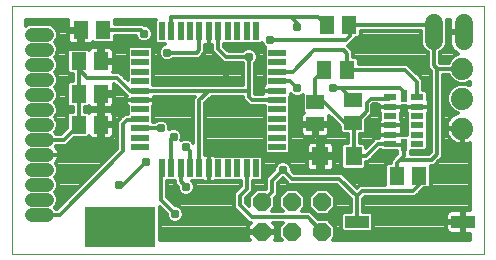
<source format=gtl>
G75*
%MOIN*%
%OFA0B0*%
%FSLAX25Y25*%
%IPPOS*%
%LPD*%
%AMOC8*
5,1,8,0,0,1.08239X$1,22.5*
%
%ADD10C,0.00000*%
%ADD11R,0.23622X0.13780*%
%ADD12R,0.05118X0.05906*%
%ADD13R,0.05906X0.05118*%
%ADD14R,0.05512X0.06299*%
%ADD15R,0.01969X0.05906*%
%ADD16R,0.05906X0.01969*%
%ADD17OC8,0.06000*%
%ADD18R,0.04424X0.01969*%
%ADD19R,0.01969X0.04424*%
%ADD20C,0.04756*%
%ADD21C,0.06000*%
%ADD22C,0.07400*%
%ADD23R,0.07900X0.04300*%
%ADD24C,0.01400*%
%ADD25C,0.02800*%
%ADD26C,0.03100*%
%ADD27C,0.01200*%
D10*
X0016880Y0007953D02*
X0016880Y0090630D01*
X0174360Y0090630D01*
X0174360Y0007953D01*
X0016880Y0007953D01*
D11*
X0053012Y0016800D03*
D12*
X0046602Y0050968D03*
X0039122Y0050968D03*
X0039114Y0061187D03*
X0046594Y0061187D03*
X0046594Y0072111D03*
X0039114Y0072111D03*
X0039915Y0082430D03*
X0047396Y0082430D03*
X0121812Y0084130D03*
X0129293Y0084130D03*
X0128585Y0069306D03*
X0121104Y0069306D03*
X0145261Y0034040D03*
X0152741Y0034040D03*
D13*
X0130649Y0051715D03*
X0130649Y0059196D03*
X0118039Y0058533D03*
X0118039Y0051052D03*
D14*
X0119770Y0040399D03*
X0130793Y0040399D03*
D15*
X0098330Y0036393D03*
X0095180Y0036393D03*
X0092031Y0036393D03*
X0088881Y0036393D03*
X0085732Y0036393D03*
X0082582Y0036393D03*
X0079432Y0036393D03*
X0076283Y0036393D03*
X0073133Y0036393D03*
X0069984Y0036393D03*
X0066834Y0036393D03*
X0066834Y0082062D03*
X0069984Y0082062D03*
X0073133Y0082062D03*
X0076283Y0082062D03*
X0079432Y0082062D03*
X0082582Y0082062D03*
X0085732Y0082062D03*
X0088881Y0082062D03*
X0092031Y0082062D03*
X0095180Y0082062D03*
X0098330Y0082062D03*
D16*
X0105417Y0074976D03*
X0105417Y0071826D03*
X0105417Y0068677D03*
X0105417Y0065527D03*
X0105417Y0062377D03*
X0105417Y0059228D03*
X0105417Y0056078D03*
X0105417Y0052929D03*
X0105417Y0049779D03*
X0105417Y0046629D03*
X0105417Y0043480D03*
X0059747Y0043480D03*
X0059747Y0046629D03*
X0059747Y0049779D03*
X0059747Y0052929D03*
X0059747Y0056078D03*
X0059747Y0059228D03*
X0059747Y0062377D03*
X0059747Y0065527D03*
X0059747Y0068677D03*
X0059747Y0071826D03*
X0059747Y0074976D03*
D17*
X0100406Y0025167D03*
X0110406Y0025167D03*
X0120406Y0025167D03*
X0120406Y0015167D03*
X0110406Y0015167D03*
X0100406Y0015167D03*
D18*
X0143060Y0044447D03*
X0143060Y0047596D03*
X0143060Y0050746D03*
X0143060Y0053895D03*
X0143060Y0057045D03*
X0143060Y0060195D03*
X0152021Y0060195D03*
X0152021Y0057045D03*
X0152021Y0053895D03*
X0152021Y0050746D03*
X0152021Y0047596D03*
X0151991Y0044447D03*
D19*
X0147540Y0044053D03*
X0147540Y0060588D03*
D20*
X0028471Y0060957D02*
X0023715Y0060957D01*
X0023715Y0055957D02*
X0028471Y0055957D01*
X0028471Y0050957D02*
X0023715Y0050957D01*
X0023715Y0045957D02*
X0028471Y0045957D01*
X0028471Y0040957D02*
X0023715Y0040957D01*
X0023715Y0035957D02*
X0028471Y0035957D01*
X0028471Y0030957D02*
X0023715Y0030957D01*
X0023715Y0025957D02*
X0028471Y0025957D01*
X0028471Y0020957D02*
X0023715Y0020957D01*
X0023715Y0065957D02*
X0028471Y0065957D01*
X0028471Y0070957D02*
X0023715Y0070957D01*
X0023715Y0075957D02*
X0028471Y0075957D01*
X0028471Y0080957D02*
X0023715Y0080957D01*
D21*
X0157579Y0078877D02*
X0157579Y0084877D01*
X0167579Y0084877D02*
X0167579Y0078877D01*
D22*
X0167076Y0069711D03*
X0167076Y0059711D03*
X0167076Y0049711D03*
D23*
X0167388Y0018551D03*
X0131988Y0018551D03*
D24*
X0131988Y0027114D01*
X0133696Y0028822D01*
X0150580Y0028822D01*
X0152741Y0030983D01*
X0152741Y0034040D01*
X0156600Y0034525D02*
X0169660Y0034525D01*
X0169660Y0035923D02*
X0156600Y0035923D01*
X0156600Y0037322D02*
X0157708Y0037322D01*
X0159519Y0039133D01*
X0160691Y0040304D01*
X0160691Y0067711D01*
X0162492Y0067711D01*
X0162837Y0066878D01*
X0164244Y0065472D01*
X0166081Y0064711D01*
X0164244Y0063950D01*
X0162837Y0062543D01*
X0162076Y0060705D01*
X0162076Y0058716D01*
X0162837Y0056878D01*
X0164244Y0055472D01*
X0165602Y0054910D01*
X0165003Y0054715D01*
X0164246Y0054329D01*
X0163558Y0053830D01*
X0162957Y0053229D01*
X0162458Y0052541D01*
X0162072Y0051784D01*
X0161809Y0050975D01*
X0161676Y0050136D01*
X0161676Y0049811D01*
X0166976Y0049811D01*
X0166976Y0049611D01*
X0161676Y0049611D01*
X0161676Y0049286D01*
X0161809Y0048446D01*
X0162072Y0047638D01*
X0162458Y0046881D01*
X0162957Y0046193D01*
X0163558Y0045592D01*
X0164246Y0045092D01*
X0165003Y0044706D01*
X0165811Y0044444D01*
X0166651Y0044311D01*
X0166976Y0044311D01*
X0166976Y0049611D01*
X0167176Y0049611D01*
X0167176Y0044311D01*
X0167501Y0044311D01*
X0168341Y0044444D01*
X0169149Y0044706D01*
X0169660Y0044967D01*
X0169660Y0022401D01*
X0167763Y0022401D01*
X0167763Y0018926D01*
X0167013Y0018926D01*
X0167013Y0022401D01*
X0163214Y0022401D01*
X0162782Y0022285D01*
X0162394Y0022061D01*
X0162078Y0021745D01*
X0161854Y0021357D01*
X0161738Y0020925D01*
X0161738Y0018926D01*
X0167013Y0018926D01*
X0167013Y0018176D01*
X0161738Y0018176D01*
X0161738Y0016177D01*
X0161854Y0015745D01*
X0162078Y0015357D01*
X0162394Y0015041D01*
X0162782Y0014817D01*
X0163214Y0014701D01*
X0167013Y0014701D01*
X0167013Y0018176D01*
X0167763Y0018176D01*
X0167763Y0014701D01*
X0169660Y0014701D01*
X0169660Y0012653D01*
X0123974Y0012653D01*
X0124706Y0013386D01*
X0124706Y0016948D01*
X0122187Y0019467D01*
X0118934Y0019467D01*
X0117451Y0020950D01*
X0116279Y0022122D01*
X0113442Y0022122D01*
X0114706Y0023386D01*
X0114706Y0026948D01*
X0112187Y0029467D01*
X0108625Y0029467D01*
X0106106Y0026948D01*
X0106106Y0023386D01*
X0107370Y0022122D01*
X0103442Y0022122D01*
X0104706Y0023386D01*
X0104706Y0026638D01*
X0105680Y0027612D01*
X0105680Y0031493D01*
X0107258Y0033072D01*
X0107302Y0033072D01*
X0109352Y0031022D01*
X0125252Y0031022D01*
X0129988Y0026285D01*
X0129988Y0022001D01*
X0127500Y0022001D01*
X0126738Y0021239D01*
X0126738Y0015862D01*
X0127500Y0015101D01*
X0136476Y0015101D01*
X0137238Y0015862D01*
X0137238Y0021239D01*
X0136476Y0022001D01*
X0133988Y0022001D01*
X0133988Y0026285D01*
X0134524Y0026822D01*
X0151408Y0026822D01*
X0152580Y0027993D01*
X0154374Y0029788D01*
X0155839Y0029788D01*
X0156600Y0030549D01*
X0156600Y0037322D01*
X0157709Y0037322D02*
X0169660Y0037322D01*
X0169660Y0038721D02*
X0159107Y0038721D01*
X0160506Y0040119D02*
X0169660Y0040119D01*
X0169660Y0041518D02*
X0160691Y0041518D01*
X0158691Y0041133D02*
X0158691Y0069711D01*
X0167076Y0069711D01*
X0162492Y0071711D02*
X0162837Y0072543D01*
X0164244Y0073950D01*
X0165707Y0074556D01*
X0165116Y0074857D01*
X0164517Y0075292D01*
X0163994Y0075815D01*
X0163559Y0076414D01*
X0163224Y0077073D01*
X0162995Y0077776D01*
X0162879Y0078507D01*
X0162879Y0081577D01*
X0167279Y0081577D01*
X0167279Y0082177D01*
X0162879Y0082177D01*
X0162879Y0085247D01*
X0162988Y0085930D01*
X0161797Y0085930D01*
X0161879Y0085732D01*
X0161879Y0078022D01*
X0161225Y0076441D01*
X0160015Y0075232D01*
X0159579Y0075051D01*
X0159579Y0071711D01*
X0162492Y0071711D01*
X0162730Y0072285D02*
X0159579Y0072285D01*
X0159579Y0073683D02*
X0163977Y0073683D01*
X0164807Y0075082D02*
X0159654Y0075082D01*
X0161241Y0076480D02*
X0163525Y0076480D01*
X0162979Y0077879D02*
X0161820Y0077879D01*
X0161879Y0079277D02*
X0162879Y0079277D01*
X0162879Y0080676D02*
X0161879Y0080676D01*
X0161879Y0082074D02*
X0167279Y0082074D01*
X0162879Y0083473D02*
X0161879Y0083473D01*
X0161879Y0084871D02*
X0162879Y0084871D01*
X0157579Y0081877D02*
X0157579Y0070823D01*
X0158691Y0069711D01*
X0156691Y0068882D02*
X0156691Y0041961D01*
X0156052Y0041322D01*
X0149825Y0041322D01*
X0149825Y0042162D01*
X0154742Y0042162D01*
X0155503Y0042924D01*
X0155503Y0045969D01*
X0155466Y0046006D01*
X0155533Y0046073D01*
X0155533Y0049119D01*
X0155481Y0049171D01*
X0155533Y0049223D01*
X0155533Y0052269D01*
X0155481Y0052321D01*
X0155533Y0052373D01*
X0155533Y0054957D01*
X0155594Y0055017D01*
X0155818Y0055405D01*
X0155933Y0055837D01*
X0155933Y0057045D01*
X0152021Y0057045D01*
X0148109Y0057045D01*
X0148109Y0055837D01*
X0148225Y0055405D01*
X0148449Y0055017D01*
X0148509Y0054957D01*
X0148509Y0052373D01*
X0148561Y0052321D01*
X0148509Y0052269D01*
X0148509Y0049223D01*
X0148561Y0049171D01*
X0148509Y0049119D01*
X0148509Y0047565D01*
X0146972Y0047565D01*
X0146972Y0047596D01*
X0143060Y0047596D01*
X0143060Y0047596D01*
X0146972Y0047596D01*
X0146972Y0048804D01*
X0146874Y0049171D01*
X0146972Y0049538D01*
X0146972Y0050746D01*
X0146972Y0051954D01*
X0146856Y0052386D01*
X0146632Y0052774D01*
X0146572Y0052834D01*
X0146572Y0054957D01*
X0146632Y0055017D01*
X0146856Y0055405D01*
X0146972Y0055837D01*
X0146972Y0057045D01*
X0143060Y0057045D01*
X0143060Y0057045D01*
X0146972Y0057045D01*
X0146972Y0057076D01*
X0148109Y0057076D01*
X0148109Y0057045D01*
X0152021Y0057045D01*
X0152021Y0057045D01*
X0155933Y0057045D01*
X0155933Y0058253D01*
X0155818Y0058685D01*
X0155594Y0059073D01*
X0155533Y0059133D01*
X0155533Y0061717D01*
X0154772Y0062479D01*
X0153980Y0062479D01*
X0153980Y0066050D01*
X0152808Y0067222D01*
X0148724Y0071306D01*
X0132444Y0071306D01*
X0132444Y0072797D01*
X0131682Y0073559D01*
X0130585Y0073559D01*
X0130585Y0075445D01*
X0129480Y0076550D01*
X0128808Y0077222D01*
X0129008Y0077222D01*
X0130408Y0078622D01*
X0131580Y0079793D01*
X0131580Y0079877D01*
X0132390Y0079877D01*
X0133152Y0080639D01*
X0133152Y0082130D01*
X0153279Y0082130D01*
X0153279Y0078022D01*
X0153934Y0076441D01*
X0155143Y0075232D01*
X0155579Y0075051D01*
X0155579Y0069994D01*
X0156691Y0068882D01*
X0156691Y0068089D02*
X0151941Y0068089D01*
X0150542Y0069488D02*
X0156086Y0069488D01*
X0155579Y0070886D02*
X0149144Y0070886D01*
X0147896Y0069306D02*
X0151980Y0065222D01*
X0151980Y0060236D01*
X0152021Y0060195D01*
X0152021Y0057045D02*
X0152021Y0057045D01*
X0148109Y0056901D02*
X0146972Y0056901D01*
X0146882Y0055503D02*
X0148199Y0055503D01*
X0148509Y0054104D02*
X0146572Y0054104D01*
X0146672Y0052706D02*
X0148509Y0052706D01*
X0148509Y0051307D02*
X0146972Y0051307D01*
X0146972Y0050746D02*
X0143060Y0050746D01*
X0143060Y0050746D01*
X0146972Y0050746D01*
X0146972Y0049909D02*
X0148509Y0049909D01*
X0148509Y0048510D02*
X0146972Y0048510D01*
X0143060Y0047596D02*
X0143060Y0047596D01*
X0139148Y0047596D01*
X0139148Y0046447D01*
X0138076Y0046447D01*
X0134849Y0043219D01*
X0134849Y0044087D01*
X0134088Y0044849D01*
X0132793Y0044849D01*
X0132793Y0047856D01*
X0134141Y0047856D01*
X0134902Y0048618D01*
X0134902Y0052457D01*
X0135967Y0053522D01*
X0137080Y0054635D01*
X0137080Y0057435D01*
X0137367Y0057722D01*
X0138452Y0057722D01*
X0138552Y0057622D01*
X0139148Y0057622D01*
X0139148Y0057045D01*
X0139148Y0055837D01*
X0139263Y0055405D01*
X0139487Y0055017D01*
X0139548Y0054957D01*
X0139548Y0052834D01*
X0139487Y0052774D01*
X0139263Y0052386D01*
X0139148Y0051954D01*
X0139148Y0050746D01*
X0143060Y0050746D01*
X0143060Y0050746D01*
X0139148Y0050746D01*
X0139148Y0049538D01*
X0139246Y0049171D01*
X0139148Y0048804D01*
X0139148Y0047596D01*
X0143060Y0047596D01*
X0139148Y0047112D02*
X0132793Y0047112D01*
X0134794Y0048510D02*
X0139148Y0048510D01*
X0139148Y0049909D02*
X0134902Y0049909D01*
X0134902Y0051307D02*
X0139148Y0051307D01*
X0139448Y0052706D02*
X0135151Y0052706D01*
X0136549Y0054104D02*
X0139548Y0054104D01*
X0139237Y0055503D02*
X0137080Y0055503D01*
X0137080Y0056901D02*
X0139148Y0056901D01*
X0139148Y0057045D02*
X0143060Y0057045D01*
X0143060Y0057045D01*
X0139148Y0057045D01*
X0139380Y0059622D02*
X0142487Y0059622D01*
X0143060Y0060195D01*
X0146380Y0063122D02*
X0126723Y0063122D01*
X0123980Y0063122D01*
X0126723Y0063122D02*
X0130649Y0059196D01*
X0127480Y0051922D02*
X0120869Y0058533D01*
X0118039Y0058533D01*
X0118039Y0066241D01*
X0121104Y0069306D01*
X0128585Y0069306D02*
X0128585Y0074617D01*
X0127480Y0075722D01*
X0117680Y0075722D01*
X0110635Y0068677D01*
X0105417Y0068677D01*
X0105417Y0065527D02*
X0109675Y0065527D01*
X0112080Y0063122D01*
X0110055Y0061116D02*
X0110466Y0060706D01*
X0111513Y0060272D01*
X0112647Y0060272D01*
X0113694Y0060706D01*
X0113786Y0060798D01*
X0113786Y0055435D01*
X0114174Y0055048D01*
X0114042Y0054972D01*
X0113726Y0054655D01*
X0113502Y0054268D01*
X0113386Y0053835D01*
X0113386Y0051632D01*
X0117459Y0051632D01*
X0117459Y0050473D01*
X0113386Y0050473D01*
X0113386Y0048270D01*
X0113502Y0047837D01*
X0113726Y0047450D01*
X0114042Y0047133D01*
X0114430Y0046909D01*
X0114862Y0046793D01*
X0117460Y0046793D01*
X0117460Y0050473D01*
X0118619Y0050473D01*
X0118619Y0051632D01*
X0122692Y0051632D01*
X0122692Y0053835D01*
X0122675Y0053898D01*
X0125480Y0051093D01*
X0126397Y0050177D01*
X0126397Y0048618D01*
X0127158Y0047856D01*
X0128793Y0047856D01*
X0128793Y0044849D01*
X0127499Y0044849D01*
X0126737Y0044087D01*
X0126737Y0036711D01*
X0127499Y0035949D01*
X0134088Y0035949D01*
X0134849Y0036711D01*
X0134849Y0038399D01*
X0135686Y0038399D01*
X0136857Y0039571D01*
X0139733Y0042447D01*
X0140025Y0042447D01*
X0140309Y0042162D01*
X0142516Y0042162D01*
X0142625Y0042053D01*
X0145256Y0042053D01*
X0145256Y0041302D01*
X0145394Y0041164D01*
X0144380Y0040150D01*
X0143261Y0039031D01*
X0143261Y0038293D01*
X0142163Y0038293D01*
X0141402Y0037532D01*
X0141402Y0030822D01*
X0132868Y0030822D01*
X0131988Y0029942D01*
X0128080Y0033850D01*
X0128080Y0033850D01*
X0126908Y0035022D01*
X0111008Y0035022D01*
X0110130Y0035900D01*
X0110130Y0036489D01*
X0109696Y0037536D01*
X0108894Y0038338D01*
X0107847Y0038772D01*
X0106713Y0038772D01*
X0105666Y0038338D01*
X0104864Y0037536D01*
X0104430Y0036489D01*
X0104430Y0035900D01*
X0101680Y0033150D01*
X0101680Y0029467D01*
X0098625Y0029467D01*
X0096106Y0026948D01*
X0096106Y0023724D01*
X0094880Y0024950D01*
X0094880Y0026493D01*
X0096009Y0027622D01*
X0097180Y0028794D01*
X0097180Y0032140D01*
X0099853Y0032140D01*
X0100614Y0032902D01*
X0100614Y0039884D01*
X0099853Y0040646D01*
X0096807Y0040646D01*
X0096755Y0040594D01*
X0096703Y0040646D01*
X0093658Y0040646D01*
X0093606Y0040594D01*
X0093554Y0040646D01*
X0090508Y0040646D01*
X0090456Y0040594D01*
X0090404Y0040646D01*
X0087358Y0040646D01*
X0087306Y0040594D01*
X0087254Y0040646D01*
X0084670Y0040646D01*
X0084610Y0040706D01*
X0084222Y0040930D01*
X0083790Y0041046D01*
X0082582Y0041046D01*
X0081432Y0041046D01*
X0081432Y0058301D01*
X0083508Y0060377D01*
X0093980Y0060377D01*
X0093980Y0059493D01*
X0095074Y0058399D01*
X0096246Y0057228D01*
X0101164Y0057228D01*
X0101164Y0054555D01*
X0101216Y0054503D01*
X0101164Y0054451D01*
X0101164Y0051406D01*
X0101216Y0051354D01*
X0101164Y0051302D01*
X0101164Y0048256D01*
X0101216Y0048204D01*
X0101164Y0048152D01*
X0101164Y0045107D01*
X0101216Y0045055D01*
X0101164Y0045002D01*
X0101164Y0041957D01*
X0101925Y0041195D01*
X0108908Y0041195D01*
X0109669Y0041957D01*
X0109669Y0045002D01*
X0109617Y0045055D01*
X0109669Y0045107D01*
X0109669Y0048152D01*
X0109617Y0048204D01*
X0109669Y0048256D01*
X0109669Y0051302D01*
X0109617Y0051354D01*
X0109669Y0051406D01*
X0109669Y0054451D01*
X0109617Y0054503D01*
X0109669Y0054555D01*
X0109669Y0057601D01*
X0109617Y0057653D01*
X0109669Y0057705D01*
X0109669Y0060289D01*
X0109730Y0060349D01*
X0109954Y0060737D01*
X0110055Y0061116D01*
X0110050Y0061097D02*
X0110075Y0061097D01*
X0109669Y0059698D02*
X0113786Y0059698D01*
X0113786Y0058300D02*
X0109669Y0058300D01*
X0109669Y0056901D02*
X0113786Y0056901D01*
X0113786Y0055503D02*
X0109669Y0055503D01*
X0109669Y0054104D02*
X0113458Y0054104D01*
X0113386Y0052706D02*
X0109669Y0052706D01*
X0109664Y0051307D02*
X0117459Y0051307D01*
X0118619Y0051307D02*
X0125266Y0051307D01*
X0126397Y0049909D02*
X0122692Y0049909D01*
X0122692Y0050473D02*
X0122692Y0048270D01*
X0122576Y0047837D01*
X0122352Y0047450D01*
X0122036Y0047133D01*
X0121648Y0046909D01*
X0121216Y0046793D01*
X0118619Y0046793D01*
X0118619Y0050473D01*
X0122692Y0050473D01*
X0122692Y0048510D02*
X0126504Y0048510D01*
X0128793Y0047112D02*
X0121998Y0047112D01*
X0122749Y0045249D02*
X0120448Y0045249D01*
X0120448Y0041077D01*
X0124226Y0041077D01*
X0124226Y0043772D01*
X0124110Y0044205D01*
X0123886Y0044592D01*
X0123570Y0044909D01*
X0123182Y0045133D01*
X0122749Y0045249D01*
X0124046Y0044315D02*
X0126965Y0044315D01*
X0126737Y0042916D02*
X0124226Y0042916D01*
X0124226Y0041518D02*
X0126737Y0041518D01*
X0126737Y0040119D02*
X0120448Y0040119D01*
X0120448Y0039721D02*
X0120448Y0041077D01*
X0119092Y0041077D01*
X0119092Y0045249D01*
X0116790Y0045249D01*
X0116358Y0045133D01*
X0115970Y0044909D01*
X0115654Y0044592D01*
X0115430Y0044205D01*
X0115314Y0043772D01*
X0115314Y0041077D01*
X0119092Y0041077D01*
X0119092Y0039721D01*
X0120448Y0039721D01*
X0124226Y0039721D01*
X0124226Y0037026D01*
X0124110Y0036593D01*
X0123886Y0036206D01*
X0123570Y0035889D01*
X0123182Y0035665D01*
X0122749Y0035549D01*
X0120448Y0035549D01*
X0120448Y0039721D01*
X0120448Y0038721D02*
X0119092Y0038721D01*
X0119092Y0039721D02*
X0119092Y0035549D01*
X0116790Y0035549D01*
X0116358Y0035665D01*
X0115970Y0035889D01*
X0115654Y0036206D01*
X0115430Y0036593D01*
X0115314Y0037026D01*
X0115314Y0039721D01*
X0119092Y0039721D01*
X0119092Y0040119D02*
X0100380Y0040119D01*
X0100614Y0038721D02*
X0106589Y0038721D01*
X0107971Y0038721D02*
X0115314Y0038721D01*
X0115314Y0037322D02*
X0109785Y0037322D01*
X0110130Y0035923D02*
X0115936Y0035923D01*
X0119092Y0035923D02*
X0120448Y0035923D01*
X0120448Y0037322D02*
X0119092Y0037322D01*
X0123604Y0035923D02*
X0141402Y0035923D01*
X0141402Y0034525D02*
X0127405Y0034525D01*
X0128804Y0033126D02*
X0141402Y0033126D01*
X0141402Y0031728D02*
X0130202Y0031728D01*
X0131601Y0030329D02*
X0132375Y0030329D01*
X0128741Y0027532D02*
X0124121Y0027532D01*
X0124706Y0026948D02*
X0122187Y0029467D01*
X0118625Y0029467D01*
X0116106Y0026948D01*
X0116106Y0023386D01*
X0118625Y0020867D01*
X0122187Y0020867D01*
X0124706Y0023386D01*
X0124706Y0026948D01*
X0124706Y0026134D02*
X0129988Y0026134D01*
X0129988Y0024735D02*
X0124706Y0024735D01*
X0124657Y0023337D02*
X0129988Y0023337D01*
X0127437Y0021938D02*
X0123259Y0021938D01*
X0126738Y0020540D02*
X0117861Y0020540D01*
X0115451Y0020122D02*
X0096880Y0020122D01*
X0092880Y0024122D01*
X0092880Y0027322D01*
X0095180Y0029622D01*
X0095180Y0036393D01*
X0100614Y0035923D02*
X0104430Y0035923D01*
X0103055Y0034525D02*
X0100614Y0034525D01*
X0100614Y0033126D02*
X0101680Y0033126D01*
X0103680Y0032322D02*
X0107280Y0035922D01*
X0110180Y0033022D01*
X0126080Y0033022D01*
X0131988Y0027114D01*
X0133988Y0026134D02*
X0169660Y0026134D01*
X0169660Y0024735D02*
X0133988Y0024735D01*
X0133988Y0023337D02*
X0169660Y0023337D01*
X0167763Y0021938D02*
X0167013Y0021938D01*
X0167013Y0020540D02*
X0167763Y0020540D01*
X0167763Y0019141D02*
X0167013Y0019141D01*
X0167013Y0017743D02*
X0167763Y0017743D01*
X0167763Y0016344D02*
X0167013Y0016344D01*
X0167013Y0014946D02*
X0167763Y0014946D01*
X0169660Y0013547D02*
X0124706Y0013547D01*
X0124706Y0014946D02*
X0162558Y0014946D01*
X0161738Y0016344D02*
X0137238Y0016344D01*
X0137238Y0017743D02*
X0161738Y0017743D01*
X0161738Y0019141D02*
X0137238Y0019141D01*
X0137238Y0020540D02*
X0161738Y0020540D01*
X0162271Y0021938D02*
X0136539Y0021938D01*
X0126738Y0019141D02*
X0122512Y0019141D01*
X0123911Y0017743D02*
X0126738Y0017743D01*
X0126738Y0016344D02*
X0124706Y0016344D01*
X0120406Y0015167D02*
X0115451Y0020122D01*
X0116463Y0021938D02*
X0117553Y0021938D01*
X0116155Y0023337D02*
X0114657Y0023337D01*
X0114706Y0024735D02*
X0116106Y0024735D01*
X0116106Y0026134D02*
X0114706Y0026134D01*
X0114121Y0027532D02*
X0116691Y0027532D01*
X0118089Y0028931D02*
X0112723Y0028931D01*
X0108645Y0031728D02*
X0105915Y0031728D01*
X0105680Y0030329D02*
X0125944Y0030329D01*
X0127342Y0028931D02*
X0122723Y0028931D01*
X0124226Y0037322D02*
X0126737Y0037322D01*
X0126737Y0038721D02*
X0124226Y0038721D01*
X0120448Y0041518D02*
X0119092Y0041518D01*
X0119092Y0042916D02*
X0120448Y0042916D01*
X0120448Y0044315D02*
X0119092Y0044315D01*
X0115493Y0044315D02*
X0109669Y0044315D01*
X0109669Y0045713D02*
X0128793Y0045713D01*
X0132793Y0045713D02*
X0137343Y0045713D01*
X0135944Y0044315D02*
X0134622Y0044315D01*
X0134857Y0040399D02*
X0138905Y0044447D01*
X0143060Y0044447D01*
X0143453Y0044053D01*
X0147540Y0044053D01*
X0147540Y0040482D01*
X0146380Y0039322D01*
X0156880Y0039322D01*
X0158691Y0041133D01*
X0156247Y0041518D02*
X0149825Y0041518D01*
X0146380Y0039322D02*
X0145261Y0038203D01*
X0145261Y0034040D01*
X0141402Y0037322D02*
X0134849Y0037322D01*
X0136007Y0038721D02*
X0143261Y0038721D01*
X0144349Y0040119D02*
X0137406Y0040119D01*
X0138804Y0041518D02*
X0145256Y0041518D01*
X0155496Y0042916D02*
X0156691Y0042916D01*
X0156691Y0044315D02*
X0155503Y0044315D01*
X0155503Y0045713D02*
X0156691Y0045713D01*
X0156691Y0047112D02*
X0155533Y0047112D01*
X0155533Y0048510D02*
X0156691Y0048510D01*
X0156691Y0049909D02*
X0155533Y0049909D01*
X0155533Y0051307D02*
X0156691Y0051307D01*
X0156691Y0052706D02*
X0155533Y0052706D01*
X0155533Y0054104D02*
X0156691Y0054104D01*
X0156691Y0055503D02*
X0155844Y0055503D01*
X0155933Y0056901D02*
X0156691Y0056901D01*
X0156691Y0058300D02*
X0155921Y0058300D01*
X0155533Y0059698D02*
X0156691Y0059698D01*
X0156691Y0061097D02*
X0155533Y0061097D01*
X0156691Y0062495D02*
X0153980Y0062495D01*
X0153980Y0063894D02*
X0156691Y0063894D01*
X0156691Y0065292D02*
X0153980Y0065292D01*
X0153339Y0066691D02*
X0156691Y0066691D01*
X0160691Y0066691D02*
X0163025Y0066691D01*
X0164678Y0065292D02*
X0160691Y0065292D01*
X0160691Y0063894D02*
X0164188Y0063894D01*
X0162817Y0062495D02*
X0160691Y0062495D01*
X0160691Y0061097D02*
X0162238Y0061097D01*
X0162076Y0059698D02*
X0160691Y0059698D01*
X0160691Y0058300D02*
X0162249Y0058300D01*
X0162828Y0056901D02*
X0160691Y0056901D01*
X0160691Y0055503D02*
X0164213Y0055503D01*
X0163936Y0054104D02*
X0160691Y0054104D01*
X0160691Y0052706D02*
X0162577Y0052706D01*
X0161917Y0051307D02*
X0160691Y0051307D01*
X0160691Y0049909D02*
X0161676Y0049909D01*
X0161799Y0048510D02*
X0160691Y0048510D01*
X0160691Y0047112D02*
X0162340Y0047112D01*
X0163437Y0045713D02*
X0160691Y0045713D01*
X0160691Y0044315D02*
X0166627Y0044315D01*
X0166976Y0044315D02*
X0167176Y0044315D01*
X0167525Y0044315D02*
X0169660Y0044315D01*
X0169660Y0042916D02*
X0160691Y0042916D01*
X0166976Y0045713D02*
X0167176Y0045713D01*
X0167176Y0047112D02*
X0166976Y0047112D01*
X0166976Y0048510D02*
X0167176Y0048510D01*
X0147540Y0060588D02*
X0147540Y0061961D01*
X0146380Y0063122D01*
X0147896Y0069306D02*
X0128585Y0069306D01*
X0132444Y0072285D02*
X0155579Y0072285D01*
X0155579Y0073683D02*
X0130585Y0073683D01*
X0130585Y0075082D02*
X0155505Y0075082D01*
X0153918Y0076480D02*
X0129550Y0076480D01*
X0129666Y0077879D02*
X0153338Y0077879D01*
X0153279Y0079277D02*
X0131064Y0079277D01*
X0129580Y0080622D02*
X0129580Y0083843D01*
X0129293Y0084130D01*
X0155326Y0084130D01*
X0157579Y0081877D01*
X0153279Y0082074D02*
X0133152Y0082074D01*
X0133152Y0080676D02*
X0153279Y0080676D01*
X0166081Y0064711D02*
X0168071Y0064711D01*
X0166081Y0064711D01*
X0168071Y0064711D02*
X0169660Y0064052D01*
X0169660Y0065369D01*
X0168071Y0064711D01*
X0169474Y0065292D02*
X0169660Y0065292D01*
X0130793Y0051571D02*
X0130649Y0051715D01*
X0130443Y0051922D01*
X0127480Y0051922D01*
X0130793Y0051571D02*
X0130793Y0040399D01*
X0134857Y0040399D01*
X0118619Y0047112D02*
X0117460Y0047112D01*
X0117460Y0048510D02*
X0118619Y0048510D01*
X0118619Y0049909D02*
X0117460Y0049909D01*
X0114080Y0047112D02*
X0109669Y0047112D01*
X0109669Y0048510D02*
X0113386Y0048510D01*
X0113386Y0049909D02*
X0109669Y0049909D01*
X0101164Y0049909D02*
X0081432Y0049909D01*
X0081432Y0051307D02*
X0101169Y0051307D01*
X0101164Y0052706D02*
X0081432Y0052706D01*
X0081432Y0054104D02*
X0101164Y0054104D01*
X0101164Y0055503D02*
X0081432Y0055503D01*
X0081432Y0056901D02*
X0101164Y0056901D01*
X0097074Y0059228D02*
X0105417Y0059228D01*
X0105417Y0062377D02*
X0100764Y0062377D01*
X0100764Y0061228D01*
X0097980Y0061228D01*
X0097980Y0071591D01*
X0098396Y0072007D01*
X0098830Y0073055D01*
X0098830Y0074189D01*
X0098396Y0075236D01*
X0097594Y0076038D01*
X0096547Y0076472D01*
X0095413Y0076472D01*
X0094366Y0076038D01*
X0093950Y0075622D01*
X0089108Y0075622D01*
X0087732Y0076999D01*
X0087732Y0077810D01*
X0090404Y0077810D01*
X0090456Y0077862D01*
X0090508Y0077810D01*
X0093554Y0077810D01*
X0093606Y0077862D01*
X0093658Y0077810D01*
X0096703Y0077810D01*
X0096755Y0077862D01*
X0096807Y0077810D01*
X0099853Y0077810D01*
X0100296Y0078253D01*
X0100564Y0077607D01*
X0101366Y0076806D01*
X0101440Y0076775D01*
X0101164Y0076499D01*
X0101164Y0073453D01*
X0101216Y0073401D01*
X0101164Y0073349D01*
X0101164Y0070303D01*
X0101216Y0070251D01*
X0101164Y0070199D01*
X0101164Y0067154D01*
X0101216Y0067102D01*
X0101164Y0067050D01*
X0101164Y0064466D01*
X0101104Y0064405D01*
X0100880Y0064018D01*
X0100764Y0063585D01*
X0100764Y0062377D01*
X0105417Y0062377D01*
X0105417Y0062377D01*
X0100764Y0062495D02*
X0097980Y0062495D01*
X0097980Y0063894D02*
X0100847Y0063894D01*
X0101164Y0065292D02*
X0097980Y0065292D01*
X0097980Y0066691D02*
X0101164Y0066691D01*
X0101164Y0068089D02*
X0097980Y0068089D01*
X0097980Y0069488D02*
X0101164Y0069488D01*
X0101164Y0070886D02*
X0097980Y0070886D01*
X0098511Y0072285D02*
X0101164Y0072285D01*
X0101164Y0073683D02*
X0098830Y0073683D01*
X0098460Y0075082D02*
X0101164Y0075082D01*
X0101164Y0076480D02*
X0088250Y0076480D01*
X0085732Y0076170D02*
X0085732Y0082062D01*
X0082582Y0082062D02*
X0082582Y0077410D01*
X0083732Y0077410D01*
X0083732Y0075342D01*
X0084903Y0074170D01*
X0087452Y0071622D01*
X0093950Y0071622D01*
X0093980Y0071591D01*
X0093980Y0064377D01*
X0064000Y0064377D01*
X0064000Y0067050D01*
X0063948Y0067102D01*
X0064000Y0067154D01*
X0064000Y0070199D01*
X0063948Y0070251D01*
X0064000Y0070303D01*
X0064000Y0073349D01*
X0063948Y0073401D01*
X0064000Y0073453D01*
X0064000Y0076499D01*
X0063239Y0077260D01*
X0056256Y0077260D01*
X0055495Y0076499D01*
X0055495Y0073453D01*
X0055547Y0073401D01*
X0055495Y0073349D01*
X0055495Y0070303D01*
X0055547Y0070251D01*
X0055495Y0070199D01*
X0055495Y0067154D01*
X0055547Y0067102D01*
X0055495Y0067050D01*
X0055495Y0065836D01*
X0053880Y0067450D01*
X0052708Y0068622D01*
X0050769Y0068622D01*
X0050853Y0068935D01*
X0050853Y0071532D01*
X0047174Y0071532D01*
X0047174Y0072691D01*
X0050853Y0072691D01*
X0050853Y0075288D01*
X0050737Y0075720D01*
X0050513Y0076108D01*
X0050197Y0076424D01*
X0049809Y0076648D01*
X0049377Y0076764D01*
X0047173Y0076764D01*
X0047173Y0072691D01*
X0046014Y0072691D01*
X0046014Y0076764D01*
X0043811Y0076764D01*
X0043379Y0076648D01*
X0042991Y0076424D01*
X0042675Y0076108D01*
X0042599Y0075976D01*
X0042211Y0076364D01*
X0036016Y0076364D01*
X0035255Y0075602D01*
X0035255Y0068620D01*
X0036016Y0067859D01*
X0037114Y0067859D01*
X0037114Y0065440D01*
X0036016Y0065440D01*
X0035255Y0064678D01*
X0035255Y0057696D01*
X0036016Y0056934D01*
X0037122Y0056934D01*
X0037122Y0055221D01*
X0036024Y0055221D01*
X0035263Y0054459D01*
X0035263Y0049937D01*
X0033283Y0047957D01*
X0031623Y0047957D01*
X0031589Y0048041D01*
X0031172Y0048457D01*
X0031589Y0048874D01*
X0032149Y0050226D01*
X0032149Y0051689D01*
X0031589Y0053041D01*
X0031172Y0053457D01*
X0031589Y0053874D01*
X0032149Y0055226D01*
X0032149Y0056689D01*
X0031589Y0058041D01*
X0031172Y0058457D01*
X0031589Y0058874D01*
X0032149Y0060226D01*
X0032149Y0061689D01*
X0031589Y0063041D01*
X0031172Y0063457D01*
X0031589Y0063874D01*
X0032149Y0065226D01*
X0032149Y0066689D01*
X0031589Y0068041D01*
X0031172Y0068457D01*
X0031589Y0068874D01*
X0032149Y0070226D01*
X0032149Y0071689D01*
X0031589Y0073041D01*
X0031172Y0073457D01*
X0031589Y0073874D01*
X0032149Y0075226D01*
X0032149Y0076689D01*
X0031589Y0078041D01*
X0031172Y0078457D01*
X0031589Y0078874D01*
X0032149Y0080226D01*
X0032149Y0081689D01*
X0031589Y0083041D01*
X0030554Y0084075D01*
X0029202Y0084635D01*
X0022983Y0084635D01*
X0021631Y0084075D01*
X0021580Y0084024D01*
X0021580Y0085930D01*
X0035743Y0085930D01*
X0035656Y0085607D01*
X0035656Y0083010D01*
X0039336Y0083010D01*
X0039336Y0081851D01*
X0035656Y0081851D01*
X0035656Y0079253D01*
X0035772Y0078821D01*
X0035996Y0078433D01*
X0036313Y0078117D01*
X0036700Y0077893D01*
X0037133Y0077777D01*
X0039336Y0077777D01*
X0039336Y0081850D01*
X0040495Y0081850D01*
X0040495Y0077777D01*
X0042698Y0077777D01*
X0043131Y0077893D01*
X0043518Y0078117D01*
X0043835Y0078433D01*
X0043911Y0078565D01*
X0044298Y0078177D01*
X0050493Y0078177D01*
X0051255Y0078939D01*
X0051255Y0080430D01*
X0058265Y0080430D01*
X0058564Y0079707D01*
X0059366Y0078906D01*
X0060413Y0078472D01*
X0061547Y0078472D01*
X0062594Y0078906D01*
X0063396Y0079707D01*
X0063830Y0080755D01*
X0063830Y0081889D01*
X0063396Y0082936D01*
X0062594Y0083738D01*
X0061547Y0084172D01*
X0060958Y0084172D01*
X0060700Y0084430D01*
X0051255Y0084430D01*
X0051255Y0085921D01*
X0051246Y0085930D01*
X0064927Y0085930D01*
X0064550Y0085554D01*
X0064550Y0078571D01*
X0065311Y0077810D01*
X0067963Y0077810D01*
X0067066Y0077438D01*
X0066264Y0076636D01*
X0065830Y0075589D01*
X0065830Y0074455D01*
X0066264Y0073407D01*
X0067066Y0072606D01*
X0068113Y0072172D01*
X0069247Y0072172D01*
X0070294Y0072606D01*
X0070711Y0073022D01*
X0079308Y0073022D01*
X0080261Y0073974D01*
X0081432Y0075146D01*
X0081432Y0077410D01*
X0082582Y0077410D01*
X0082582Y0082062D01*
X0082582Y0082062D01*
X0082582Y0080676D02*
X0082582Y0080676D01*
X0082582Y0079277D02*
X0082582Y0079277D01*
X0082582Y0077879D02*
X0082582Y0077879D01*
X0081432Y0076480D02*
X0083732Y0076480D01*
X0083992Y0075082D02*
X0081368Y0075082D01*
X0079970Y0073683D02*
X0085390Y0073683D01*
X0086789Y0072285D02*
X0069520Y0072285D01*
X0067840Y0072285D02*
X0064000Y0072285D01*
X0064000Y0073683D02*
X0066150Y0073683D01*
X0065830Y0075082D02*
X0064000Y0075082D01*
X0064000Y0076480D02*
X0066199Y0076480D01*
X0068680Y0075022D02*
X0078480Y0075022D01*
X0079432Y0075974D01*
X0079432Y0082062D01*
X0085732Y0076170D02*
X0088280Y0073622D01*
X0095980Y0073622D01*
X0095980Y0062422D01*
X0095936Y0062377D01*
X0082680Y0062377D01*
X0079432Y0059130D01*
X0079432Y0036393D01*
X0076380Y0036490D02*
X0076283Y0036393D01*
X0076283Y0042219D01*
X0074980Y0043522D01*
X0076819Y0045713D02*
X0077432Y0045713D01*
X0077396Y0045136D02*
X0076594Y0045938D01*
X0075547Y0046372D01*
X0074413Y0046372D01*
X0073426Y0045963D01*
X0073630Y0046455D01*
X0073630Y0047589D01*
X0073196Y0048636D01*
X0072394Y0049438D01*
X0071347Y0049872D01*
X0070213Y0049872D01*
X0069430Y0049547D01*
X0069430Y0050389D01*
X0068996Y0051436D01*
X0068194Y0052238D01*
X0067147Y0052672D01*
X0066013Y0052672D01*
X0064966Y0052238D01*
X0064550Y0051822D01*
X0064000Y0051822D01*
X0064000Y0054451D01*
X0063948Y0054503D01*
X0064000Y0054555D01*
X0064000Y0057139D01*
X0064060Y0057200D01*
X0064284Y0057587D01*
X0064400Y0058020D01*
X0064400Y0059228D01*
X0064400Y0060377D01*
X0077852Y0060377D01*
X0077432Y0059958D01*
X0077432Y0045049D01*
X0077396Y0045136D01*
X0077432Y0047112D02*
X0073630Y0047112D01*
X0073248Y0048510D02*
X0077432Y0048510D01*
X0077432Y0049909D02*
X0069430Y0049909D01*
X0069050Y0051307D02*
X0077432Y0051307D01*
X0077432Y0052706D02*
X0064000Y0052706D01*
X0064000Y0054104D02*
X0077432Y0054104D01*
X0077432Y0055503D02*
X0064000Y0055503D01*
X0064000Y0056901D02*
X0077432Y0056901D01*
X0077432Y0058300D02*
X0064400Y0058300D01*
X0064400Y0059228D02*
X0059747Y0059228D01*
X0059747Y0059228D01*
X0055095Y0059228D01*
X0055095Y0060436D01*
X0055125Y0060549D01*
X0051052Y0064622D01*
X0050784Y0064622D01*
X0050853Y0064364D01*
X0050853Y0061767D01*
X0047174Y0061767D01*
X0047174Y0060608D01*
X0050853Y0060608D01*
X0050853Y0058011D01*
X0050737Y0057578D01*
X0050513Y0057191D01*
X0050197Y0056874D01*
X0049809Y0056650D01*
X0049377Y0056534D01*
X0047173Y0056534D01*
X0047173Y0060608D01*
X0046014Y0060608D01*
X0046014Y0056534D01*
X0043811Y0056534D01*
X0043379Y0056650D01*
X0042991Y0056874D01*
X0042675Y0057191D01*
X0042599Y0057322D01*
X0042211Y0056934D01*
X0041122Y0056934D01*
X0041122Y0055221D01*
X0042219Y0055221D01*
X0042607Y0054833D01*
X0042683Y0054965D01*
X0042999Y0055281D01*
X0043387Y0055505D01*
X0043819Y0055621D01*
X0046023Y0055621D01*
X0046023Y0051548D01*
X0047182Y0051548D01*
X0047182Y0055621D01*
X0049385Y0055621D01*
X0049817Y0055505D01*
X0050205Y0055281D01*
X0050522Y0054965D01*
X0050745Y0054577D01*
X0050861Y0054145D01*
X0050861Y0051548D01*
X0047182Y0051548D01*
X0047182Y0050389D01*
X0050861Y0050389D01*
X0050861Y0047791D01*
X0050745Y0047359D01*
X0050522Y0046971D01*
X0050205Y0046655D01*
X0049817Y0046431D01*
X0049385Y0046315D01*
X0047182Y0046315D01*
X0047182Y0050388D01*
X0046023Y0050388D01*
X0046023Y0046315D01*
X0043819Y0046315D01*
X0043387Y0046431D01*
X0042999Y0046655D01*
X0042683Y0046971D01*
X0042607Y0047103D01*
X0042219Y0046715D01*
X0037698Y0046715D01*
X0034939Y0043957D01*
X0031623Y0043957D01*
X0031589Y0043874D01*
X0031455Y0043740D01*
X0031581Y0043614D01*
X0031958Y0043095D01*
X0032250Y0042523D01*
X0032448Y0041912D01*
X0032549Y0041278D01*
X0032549Y0040957D01*
X0026093Y0040957D01*
X0026093Y0040957D01*
X0032549Y0040957D01*
X0032549Y0040636D01*
X0032448Y0040002D01*
X0032250Y0039392D01*
X0031958Y0038820D01*
X0031581Y0038301D01*
X0031455Y0038174D01*
X0031589Y0038041D01*
X0032149Y0036689D01*
X0032149Y0035226D01*
X0031589Y0033874D01*
X0031172Y0033457D01*
X0031589Y0033041D01*
X0032149Y0031689D01*
X0032149Y0030226D01*
X0031589Y0028874D01*
X0031172Y0028457D01*
X0031589Y0028041D01*
X0032149Y0026689D01*
X0032149Y0025226D01*
X0031589Y0023874D01*
X0031172Y0023457D01*
X0031589Y0023041D01*
X0031623Y0022957D01*
X0031987Y0022957D01*
X0051980Y0042950D01*
X0051980Y0052050D01*
X0053380Y0053450D01*
X0054552Y0054622D01*
X0055495Y0054622D01*
X0055495Y0057139D01*
X0055434Y0057200D01*
X0055210Y0057587D01*
X0055095Y0058020D01*
X0055095Y0059228D01*
X0059747Y0059228D01*
X0064400Y0059228D01*
X0064400Y0059698D02*
X0077432Y0059698D01*
X0081432Y0058300D02*
X0095174Y0058300D01*
X0093980Y0059698D02*
X0082829Y0059698D01*
X0082680Y0062377D02*
X0059747Y0062377D01*
X0056124Y0062377D01*
X0051880Y0066622D01*
X0042080Y0066622D01*
X0039114Y0069588D01*
X0039114Y0072111D01*
X0039114Y0061187D01*
X0039122Y0061179D01*
X0039122Y0050968D01*
X0034111Y0045957D01*
X0026093Y0045957D01*
X0031225Y0048510D02*
X0033836Y0048510D01*
X0035234Y0049909D02*
X0032017Y0049909D01*
X0032149Y0051307D02*
X0035263Y0051307D01*
X0035263Y0052706D02*
X0031727Y0052706D01*
X0031684Y0054104D02*
X0035263Y0054104D01*
X0037122Y0055503D02*
X0032149Y0055503D01*
X0032061Y0056901D02*
X0037122Y0056901D01*
X0035255Y0058300D02*
X0031330Y0058300D01*
X0031930Y0059698D02*
X0035255Y0059698D01*
X0035255Y0061097D02*
X0032149Y0061097D01*
X0031814Y0062495D02*
X0035255Y0062495D01*
X0035255Y0063894D02*
X0031597Y0063894D01*
X0032149Y0065292D02*
X0035868Y0065292D01*
X0037114Y0066691D02*
X0032148Y0066691D01*
X0031540Y0068089D02*
X0035785Y0068089D01*
X0035255Y0069488D02*
X0031843Y0069488D01*
X0032149Y0070886D02*
X0035255Y0070886D01*
X0035255Y0072285D02*
X0031902Y0072285D01*
X0031398Y0073683D02*
X0035255Y0073683D01*
X0035255Y0075082D02*
X0032089Y0075082D01*
X0032149Y0076480D02*
X0043088Y0076480D01*
X0046014Y0076480D02*
X0047173Y0076480D01*
X0047173Y0075082D02*
X0046014Y0075082D01*
X0046014Y0073683D02*
X0047173Y0073683D01*
X0047174Y0072285D02*
X0055495Y0072285D01*
X0055495Y0073683D02*
X0050853Y0073683D01*
X0050853Y0075082D02*
X0055495Y0075082D01*
X0055495Y0076480D02*
X0050100Y0076480D01*
X0051255Y0079277D02*
X0058994Y0079277D01*
X0060980Y0081322D02*
X0059872Y0082430D01*
X0047396Y0082430D01*
X0051255Y0084871D02*
X0064550Y0084871D01*
X0064550Y0083473D02*
X0062859Y0083473D01*
X0063753Y0082074D02*
X0064550Y0082074D01*
X0064550Y0080676D02*
X0063797Y0080676D01*
X0064550Y0079277D02*
X0062966Y0079277D01*
X0065242Y0077879D02*
X0043077Y0077879D01*
X0040495Y0077879D02*
X0039336Y0077879D01*
X0039336Y0079277D02*
X0040495Y0079277D01*
X0040495Y0080676D02*
X0039336Y0080676D01*
X0039336Y0082074D02*
X0031989Y0082074D01*
X0032149Y0080676D02*
X0035656Y0080676D01*
X0035656Y0079277D02*
X0031756Y0079277D01*
X0031656Y0077879D02*
X0036754Y0077879D01*
X0035656Y0083473D02*
X0031156Y0083473D01*
X0035656Y0084871D02*
X0021580Y0084871D01*
X0050853Y0070886D02*
X0055495Y0070886D01*
X0055495Y0069488D02*
X0050853Y0069488D01*
X0053241Y0068089D02*
X0055495Y0068089D01*
X0055495Y0066691D02*
X0054639Y0066691D01*
X0051780Y0063894D02*
X0050853Y0063894D01*
X0050853Y0062495D02*
X0053178Y0062495D01*
X0054577Y0061097D02*
X0047174Y0061097D01*
X0047173Y0059698D02*
X0046014Y0059698D01*
X0046014Y0058300D02*
X0047173Y0058300D01*
X0047173Y0056901D02*
X0046014Y0056901D01*
X0046023Y0055503D02*
X0047182Y0055503D01*
X0047182Y0054104D02*
X0046023Y0054104D01*
X0046023Y0052706D02*
X0047182Y0052706D01*
X0047182Y0051307D02*
X0051980Y0051307D01*
X0051980Y0049909D02*
X0050861Y0049909D01*
X0050861Y0048510D02*
X0051980Y0048510D01*
X0051980Y0047112D02*
X0050603Y0047112D01*
X0051980Y0045713D02*
X0036695Y0045713D01*
X0035297Y0044315D02*
X0051980Y0044315D01*
X0051946Y0042916D02*
X0032049Y0042916D01*
X0032511Y0041518D02*
X0050547Y0041518D01*
X0049149Y0040119D02*
X0032467Y0040119D01*
X0031886Y0038721D02*
X0047750Y0038721D01*
X0046352Y0037322D02*
X0031886Y0037322D01*
X0032149Y0035923D02*
X0044953Y0035923D01*
X0043555Y0034525D02*
X0031858Y0034525D01*
X0031503Y0033126D02*
X0042156Y0033126D01*
X0040758Y0031728D02*
X0032132Y0031728D01*
X0032149Y0030329D02*
X0039359Y0030329D01*
X0037961Y0028931D02*
X0031612Y0028931D01*
X0031799Y0027532D02*
X0036562Y0027532D01*
X0035164Y0026134D02*
X0032149Y0026134D01*
X0031945Y0024735D02*
X0033765Y0024735D01*
X0032367Y0023337D02*
X0031292Y0023337D01*
X0032815Y0020957D02*
X0053980Y0042122D01*
X0053980Y0051222D01*
X0055380Y0052622D01*
X0059441Y0052622D01*
X0059747Y0052929D01*
X0055495Y0055503D02*
X0049821Y0055503D01*
X0050224Y0056901D02*
X0055495Y0056901D01*
X0055095Y0058300D02*
X0050853Y0058300D01*
X0050853Y0059698D02*
X0055095Y0059698D01*
X0059747Y0059228D02*
X0059747Y0059228D01*
X0064000Y0065292D02*
X0093980Y0065292D01*
X0093980Y0066691D02*
X0064000Y0066691D01*
X0064000Y0068089D02*
X0093980Y0068089D01*
X0093980Y0069488D02*
X0064000Y0069488D01*
X0064000Y0070886D02*
X0093980Y0070886D01*
X0099922Y0077879D02*
X0100451Y0077879D01*
X0102980Y0079222D02*
X0128180Y0079222D01*
X0129580Y0080622D01*
X0121812Y0084130D02*
X0119021Y0086922D01*
X0109980Y0086922D01*
X0112080Y0084822D01*
X0112080Y0083422D01*
X0109980Y0086922D02*
X0070080Y0086922D01*
X0069984Y0086825D01*
X0069984Y0082062D01*
X0095980Y0062422D02*
X0095980Y0060322D01*
X0097074Y0059228D01*
X0101164Y0048510D02*
X0081432Y0048510D01*
X0081432Y0047112D02*
X0101164Y0047112D01*
X0101164Y0045713D02*
X0081432Y0045713D01*
X0081432Y0044315D02*
X0101164Y0044315D01*
X0101164Y0042916D02*
X0081432Y0042916D01*
X0081432Y0041518D02*
X0101603Y0041518D01*
X0100614Y0037322D02*
X0104775Y0037322D01*
X0109230Y0041518D02*
X0115314Y0041518D01*
X0115314Y0042916D02*
X0109669Y0042916D01*
X0122692Y0052706D02*
X0123868Y0052706D01*
X0103680Y0032322D02*
X0103680Y0028441D01*
X0100406Y0025167D01*
X0104706Y0024735D02*
X0106106Y0024735D01*
X0106106Y0026134D02*
X0104706Y0026134D01*
X0105600Y0027532D02*
X0106691Y0027532D01*
X0105680Y0028931D02*
X0108089Y0028931D01*
X0101680Y0030329D02*
X0097180Y0030329D01*
X0097180Y0028931D02*
X0098089Y0028931D01*
X0096691Y0027532D02*
X0095919Y0027532D01*
X0096106Y0026134D02*
X0094880Y0026134D01*
X0095095Y0024735D02*
X0096106Y0024735D01*
X0092235Y0021938D02*
X0074087Y0021938D01*
X0074154Y0021776D02*
X0073721Y0022824D01*
X0072919Y0023625D01*
X0071871Y0024059D01*
X0071283Y0024059D01*
X0068580Y0026762D01*
X0068580Y0032140D01*
X0071133Y0032140D01*
X0071133Y0031240D01*
X0072130Y0030243D01*
X0072130Y0029655D01*
X0072564Y0028607D01*
X0073366Y0027806D01*
X0074413Y0027372D01*
X0075547Y0027372D01*
X0076594Y0027806D01*
X0077396Y0028607D01*
X0077830Y0029655D01*
X0077830Y0030789D01*
X0077396Y0031836D01*
X0077092Y0032140D01*
X0077806Y0032140D01*
X0077858Y0032192D01*
X0077910Y0032140D01*
X0080494Y0032140D01*
X0080554Y0032080D01*
X0080942Y0031856D01*
X0081374Y0031740D01*
X0082582Y0031740D01*
X0083790Y0031740D01*
X0084222Y0031856D01*
X0084610Y0032080D01*
X0084670Y0032140D01*
X0087254Y0032140D01*
X0087306Y0032192D01*
X0087358Y0032140D01*
X0090404Y0032140D01*
X0090456Y0032192D01*
X0090508Y0032140D01*
X0093180Y0032140D01*
X0093180Y0030451D01*
X0090880Y0028150D01*
X0090880Y0023293D01*
X0092052Y0022122D01*
X0096052Y0018122D01*
X0096714Y0018122D01*
X0095706Y0017113D01*
X0095706Y0015467D01*
X0100106Y0015467D01*
X0100106Y0014867D01*
X0095706Y0014867D01*
X0095706Y0013220D01*
X0096273Y0012653D01*
X0066123Y0012653D01*
X0066123Y0023563D01*
X0068454Y0021231D01*
X0068454Y0020642D01*
X0068888Y0019595D01*
X0069690Y0018793D01*
X0070738Y0018359D01*
X0071871Y0018359D01*
X0072919Y0018793D01*
X0073721Y0019595D01*
X0074154Y0020642D01*
X0074154Y0021776D01*
X0074112Y0020540D02*
X0093633Y0020540D01*
X0095032Y0019141D02*
X0073267Y0019141D01*
X0071304Y0021209D02*
X0066580Y0025934D01*
X0066580Y0036139D01*
X0066834Y0036393D01*
X0069984Y0036393D02*
X0069984Y0046225D01*
X0070780Y0047022D01*
X0066580Y0049822D02*
X0059790Y0049822D01*
X0059747Y0049779D01*
X0054034Y0054104D02*
X0050861Y0054104D01*
X0050861Y0052706D02*
X0052635Y0052706D01*
X0047182Y0049909D02*
X0046023Y0049909D01*
X0046023Y0048510D02*
X0047182Y0048510D01*
X0047182Y0047112D02*
X0046023Y0047112D01*
X0043383Y0055503D02*
X0041122Y0055503D01*
X0041122Y0056901D02*
X0042964Y0056901D01*
X0061680Y0038622D02*
X0053980Y0030922D01*
X0052580Y0030922D01*
X0066123Y0023337D02*
X0066348Y0023337D01*
X0066123Y0021938D02*
X0067747Y0021938D01*
X0068497Y0020540D02*
X0066123Y0020540D01*
X0066123Y0019141D02*
X0069342Y0019141D01*
X0066123Y0017743D02*
X0096335Y0017743D01*
X0095706Y0016344D02*
X0066123Y0016344D01*
X0066123Y0014946D02*
X0100106Y0014946D01*
X0100706Y0014946D02*
X0106106Y0014946D01*
X0105106Y0014867D02*
X0100706Y0014867D01*
X0100706Y0015467D01*
X0105106Y0015467D01*
X0105106Y0017113D01*
X0104098Y0018122D01*
X0107280Y0018122D01*
X0106106Y0016948D01*
X0106106Y0013386D01*
X0106838Y0012653D01*
X0104539Y0012653D01*
X0105106Y0013220D01*
X0105106Y0014867D01*
X0105106Y0013547D02*
X0106106Y0013547D01*
X0106106Y0016344D02*
X0105106Y0016344D01*
X0104477Y0017743D02*
X0106901Y0017743D01*
X0106155Y0023337D02*
X0104657Y0023337D01*
X0093059Y0030329D02*
X0077830Y0030329D01*
X0077530Y0028931D02*
X0091661Y0028931D01*
X0090880Y0027532D02*
X0075935Y0027532D01*
X0074025Y0027532D02*
X0068580Y0027532D01*
X0068580Y0028931D02*
X0072430Y0028931D01*
X0072044Y0030329D02*
X0068580Y0030329D01*
X0068580Y0031728D02*
X0071133Y0031728D01*
X0073133Y0032069D02*
X0073133Y0036393D01*
X0073133Y0032069D02*
X0074980Y0030222D01*
X0077441Y0031728D02*
X0093180Y0031728D01*
X0097180Y0031728D02*
X0101680Y0031728D01*
X0090880Y0026134D02*
X0069208Y0026134D01*
X0070607Y0024735D02*
X0090880Y0024735D01*
X0090880Y0023337D02*
X0073207Y0023337D01*
X0082582Y0031740D02*
X0082582Y0036393D01*
X0082582Y0031740D01*
X0082582Y0033126D02*
X0082582Y0033126D01*
X0082582Y0034525D02*
X0082582Y0034525D01*
X0082582Y0035923D02*
X0082582Y0035923D01*
X0082582Y0036393D02*
X0082582Y0036393D01*
X0082582Y0041046D01*
X0082582Y0036393D01*
X0082582Y0036393D01*
X0082582Y0037322D02*
X0082582Y0037322D01*
X0082582Y0038721D02*
X0082582Y0038721D01*
X0082582Y0040119D02*
X0082582Y0040119D01*
X0095706Y0013547D02*
X0066123Y0013547D01*
X0032815Y0020957D02*
X0026093Y0020957D01*
X0152119Y0027532D02*
X0169660Y0027532D01*
X0169660Y0028931D02*
X0153518Y0028931D01*
X0156381Y0030329D02*
X0169660Y0030329D01*
X0169660Y0031728D02*
X0156600Y0031728D01*
X0156600Y0033126D02*
X0169660Y0033126D01*
D25*
X0136580Y0047722D03*
X0137980Y0056822D03*
X0144280Y0072222D03*
X0145680Y0078522D03*
X0111380Y0053322D03*
X0099480Y0065922D03*
X0088280Y0066622D03*
X0033680Y0072222D03*
D26*
X0060980Y0081322D03*
X0068680Y0075022D03*
X0095980Y0073622D03*
X0102980Y0079222D03*
X0112080Y0083422D03*
X0112080Y0063122D03*
X0123980Y0063122D03*
X0107280Y0035922D03*
X0074980Y0030222D03*
X0071304Y0021209D03*
X0052580Y0030922D03*
X0061680Y0038622D03*
X0070780Y0047022D03*
X0066580Y0049822D03*
X0074980Y0043522D03*
D27*
X0130649Y0051715D02*
X0131474Y0051715D01*
X0135180Y0055422D01*
X0135180Y0058222D01*
X0136580Y0059622D01*
X0139380Y0059622D01*
M02*

</source>
